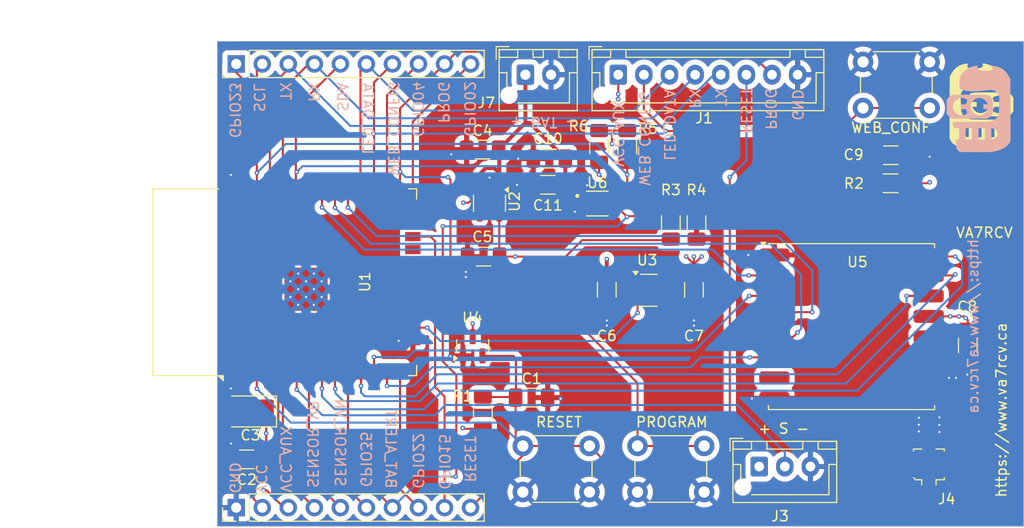
<source format=kicad_pcb>
(kicad_pcb (version 20240108) (generator "pcbnew") (generator_version "8.0")
  (layers (0 "F.Cu" signal) (1 "In1.Cu" power) (2 "In2.Cu" power) (31 "B.Cu" signal) (34 "B.Paste" user) (35 "F.Paste" user) (36 "B.SilkS" user "B.Silkscreen") (37 "F.SilkS" user "F.Silkscreen") (38 "B.Mask" user) (39 "F.Mask" user) (44 "Edge.Cuts" user))
  (net 0 "")
  (net 1 "GND")
  (net 2 "ESP_ENA")
  (net 3 "VCC")
  (net 4 "V_BAT")
  (net 5 "VCC_AUX")
  (net 6 "START_WEB_CONFIG")
  (net 7 "ESP_PROG")
  (net 8 "ESP_TX")
  (net 9 "ESP_RX")
  (net 10 "LED_DATA_PIN")
  (net 11 "SOIL_SENSOR")
  (net 12 "Net-(J4-In)")
  (net 13 "GPIO02")
  (net 14 "GPIO_12")
  (net 15 "GPIO_15")
  (net 16 "GPIO_04")
  (net 17 "SENSOR_VN")
  (net 18 "GPIO23")
  (net 19 "SENSOR_VP")
  (net 20 "I2C_SDA")
  (net 21 "BAT_ALERT")
  (net 22 "I2C_SCL")
  (net 23 "GPIO35")
  (net 24 "Net-(U6-QSTRT)")
  (net 26 "LORA_SCK")
  (net 27 "LORA_DIO2")
  (net 29 "LORA_RST")
  (net 30 "LORA_NSS")
  (net 31 "LORA_MISO")
  (net 33 "VCC_AUX_ENA")
  (net 34 "LORA_MOSI")
  (net 35 "LORA_DIO1")
  (net 39 "LORA_DIO0")
  (footprint "Button_Switch_THT:SW_PUSH_6mm_H5mm" (layer "F.Cu") (at 125.5 101.65 180)
    (property "Reference" "SW2" (hide yes))
    (property "Value" "ESP Program")
  )
  (footprint "Capacitor_Tantalum_SMD:CP_EIA-3528-21_Kemet-B_Pad1.50x2.35mm_HandSolder" (layer "F.Cu") (at 81.145 93.78 180)
    (property "Reference" "C3")
    (property "Value" "22uF")
  )
  (footprint "RF_Module:HOPERF_RFM9XW_SMD" (layer "F.Cu") (at 139.875 85.5)
    (property "Reference" "U5")
    (property "Value" "RFM95W-915S2")
  )
  (footprint "Connector_PinHeader_2.54mm:PinHeader_1x10_P2.54mm_Vertical" (layer "F.Cu") (at 79.851505 103.17 90)
    (property "Reference" "J6" (hide yes))
    (property "Value" "Conn_01x10_Pin")
  )
  (footprint "Connector_JST:JST_XH_B8B-XH-AM_1x08_P2.50mm_Vertical" (layer "F.Cu") (at 117.12 60.9)
    (property "Reference" "J1")
    (property "Value" "remote_header")
  )
  (footprint "Capacitor_SMD:C_1206_3216Metric_Pad1.33x1.80mm_HandSolder" (layer "F.Cu") (at 108.67 92.43)
    (property "Reference" "C1")
    (property "Value" "1uF")
  )
  (footprint "Resistor_SMD:R_1206_3216Metric_Pad1.30x1.75mm_HandSolder" (layer "F.Cu") (at 115.25 67.9 -90)
    (property "Reference" "R6")
    (property "Value" "2.2K")
  )
  (footprint "Resistor_SMD:R_1206_3216Metric_Pad1.30x1.75mm_HandSolder" (layer "F.Cu") (at 143.68 71.5 180)
    (property "Reference" "R2")
    (property "Value" "10K")
  )
  (footprint "Capacitor_SMD:C_1206_3216Metric_Pad1.33x1.80mm_HandSolder" (layer "F.Cu") (at 151.22 87.33 90)
    (property "Reference" "C8")
    (property "Value" "10uF")
  )
  (footprint "Connector_Coaxial:U.FL_Molex_MCRF_73412-0110_Vertical" (layer "F.Cu") (at 147.425 98.95 180)
    (property "Reference" "J4")
    (property "Value" "ANT")
  )
  (footprint "Resistor_SMD:R_1206_3216Metric_Pad1.30x1.75mm_HandSolder" (layer "F.Cu") (at 118 67.9 -90)
    (property "Reference" "R5")
    (property "Value" "2.2K")
  )
  (footprint "Package_TO_SOT_SMD:SOT-23-5" (layer "F.Cu") (at 120.1125 81.95)
    (property "Reference" "U3")
    (property "Value" "XC6220B331MR")
  )
  (footprint "LOGO:logo" (layer "F.Cu") (at 152.25 63.875)
    (property "Reference" "G***" (hide yes))
    (property "Value" "LOGO" (hide yes))
  )
  (footprint "Capacitor_SMD:C_1206_3216Metric_Pad1.33x1.80mm_HandSolder" (layer "F.Cu") (at 110.25 71.65 180)
    (property "Reference" "C11")
    (property "Value" "100nF")
  )
  (footprint "MAX17048G+T10:SON50P200X200X80-9N" (layer "F.Cu") (at 115.075 73.48)
    (property "Reference" "U6")
    (property "Value" "MAX17048G_T10")
  )
  (footprint "Button_Switch_THT:SW_PUSH_6mm_H5mm" (layer "F.Cu") (at 114.31 101.65 180)
    (property "Reference" "RESET1" (hide yes))
    (property "Value" "RESET")
  )
  (footprint "Capacitor_SMD:C_1206_3216Metric_Pad1.33x1.80mm_HandSolder" (layer "F.Cu") (at 124.5 81.9 -90)
    (property "Reference" "C7")
    (property "Value" "4.7uF")
  )
  (footprint "Capacitor_SMD:C_1206_3216Metric_Pad1.33x1.80mm_HandSolder" (layer "F.Cu") (at 143.71 68.76)
    (property "Reference" "C9")
    (property "Value" "1uF")
  )
  (footprint "Capacitor_SMD:C_1206_3216Metric_Pad1.33x1.80mm_HandSolder" (layer "F.Cu") (at 116 81.9 90)
    (property "Reference" "C6")
    (property "Value" "10uF")
  )
  (footprint "Resistor_SMD:R_1206_3216Metric_Pad1.30x1.75mm_HandSolder" (layer "F.Cu") (at 103.91 93.92 90)
    (property "Reference" "R1")
    (property "Value" "10K")
  )
  (footprint "Connector_PinHeader_2.54mm:PinHeader_1x10_P2.54mm_Vertical" (layer "F.Cu") (at 79.851505 59.846868 90)
    (property "Reference" "J5" (hide yes))
    (property "Value" "Conn_01x10_Pin")
  )
  (footprint "Capacitor_SMD:C_1206_3216Metric_Pad1.33x1.80mm_HandSolder" (layer "F.Cu") (at 103.9775 78.66 180)
    (property "Reference" "C5")
    (property "Value" "4.7uF")
  )
  (footprint "Capacitor_SMD:C_1206_3216Metric_Pad1.33x1.80mm_HandSolder" (layer "F.Cu") (at 103.8875 68.21 180)
    (property "Reference" "C4")
    (property "Value" "10uF")
  )
  (footprint "Package_TO_SOT_SMD:SOT-23-5" (layer "F.Cu") (at 104.56 73.4425 -90)
    (property "Reference" "U2")
    (property "Value" "XC6220B331MR")
  )
  (footprint "Package_TO_SOT_SMD:SOT-23" (layer "F.Cu") (at 102.92 87.4175 90)
    (property "Reference" "U4")
    (property "Value" "TPS3839DBZ")
  )
  (footprint "Capacitor_SMD:C_1206_3216Metric_Pad1.33x1.80mm_HandSolder" (layer "F.Cu") (at 110.39 69.09)
    (property "Reference" "C10")
    (property "Value" "100nF")
  )
  (footprint "Connector_JST:JST_XH_B3B-XH-AM_1x03_P2.50mm_Vertical" (layer "F.Cu") (at 130.87 99.16)
    (property "Reference" "J3")
    (property "Value" "SOIL_SENSOR")
  )
  (footprint "Resistor_SMD:R_1206_3216Metric_Pad1.30x1.75mm_HandSolder" (layer "F.Cu") (at 122.25 75.4 90)
    (property "Reference" "R4")
    (property "Value" "100k")
  )
  (footprint "Capacitor_SMD:C_1206_3216Metric_Pad1.33x1.80mm_HandSolder" (layer "F.Cu") (at 80.88 98.46 180)
    (property "Reference" "C2")
    (property "Value" "100nF")
  )
  (footprint "Resistor_SMD:R_1206_3216Metric_Pad1.30x1.75mm_HandSolder" (layer "F.Cu") (at 124.75 75.4 90)
    (property "Reference" "R3")
    (property "Value" "10K")
  )
  (footprint "Button_Switch_THT:SW_PUSH_6mm_H5mm" (layer "F.Cu") (at 141 59.65)
    (property "Reference" "SW3" (hide yes))
    (property "Value" "WEB_CONF")
  )
  (footprint "Connector_JST:JST_XH_B2B-XH-AM_1x02_P2.50mm_Vertical" (layer "F.Cu") (at 108.06 60.9)
    (property "Reference" "J7")
    (property "Value" "Battery")
  )
  (footprint "RF_Module:ESP32-WROOM-32" (layer "F.Cu") (at 87.57 81.16 90)
    (property "Reference" "U1")
    (property "Value" "ESP32-WROOM-32D")
  )
  (footprint "LOGO:logo" (layer "B.Cu") (at 152.575 64.1 180)
    (property "Reference" "G***" (hide yes))
    (property "Value" "LOGO" (hide yes))
  )
  (gr_rect (start 78 57.63) (end 156.67 105.01) (stroke (width 0.05)) (fill none) (layer "Edge.Cuts"))
  (gr_text "RESET" (at 129.01 66.79 270) (layer "B.SilkS") (effects (font (size 1 1)) (justify left bottom mirror)))
  (gr_text "GPIO04" (at 96.98 67.09 270) (layer "B.SilkS") (effects (font (size 1 1)) (justify left bottom mirror)))
  (gr_text "RX" (at 123.98 64.3 270) (layer "B.SilkS") (effects (font (size 1 1)) (justify left bottom mirror)))
  (gr_text "SENSOR_VP" (at 86.71 101.33 270) (layer "B.SilkS") (effects (font (size 1 1)) (justify left bottom mirror)))
  (gr_text "VCC_AUX" (at 84.09 101.79 270) (layer "B.SilkS") (effects (font (size 1 1)) (justify left bottom mirror)))
  (gr_text "GPIO23" (at 79.12 67.19 270) (layer "B.SilkS") (effects (font (size 1 1)) (justify left bottom mirror)))
  (gr_text "WEB_CONFIG" (at 94.59 70.89 270) (layer "B.SilkS") (effects (font (size 1 1)) (justify left bottom mirror)))
  (gr_text "PROG" (at 99.48 65.73 270) (layer "B.SilkS") (effects (font (size 1 1)) (justify left bottom mirror)))
  (gr_text "LED_DATA" (at 92.1 68.78 270) (layer "B.SilkS") (effects (font (size 1 1)) (justify left bottom mirror)))
  (gr_text "WEB_CONFIG" (at 119.08 71.87 270) (layer "B.SilkS") (effects (font (size 1 1)) (justify left bottom mirror)))
  (gr_text "PROG" (at 131.39 66.37 270) (layer "B.SilkS") (effects (font (size 1 1)) (justify left bottom mirror)))
  (gr_text "BAT_ALERT" (at 94.34 101.39 270) (layer "B.SilkS") (effects (font (size 1 1)) (justify left bottom mirror)))
  (gr_text "LED_DATA" (at 121.53 69.38 270) (layer "B.SilkS") (effects (font (size 1 1)) (justify left bottom mirror)))
  (gr_text "GPIO15" (at 99.57 101.51 270) (layer "B.SilkS") (effects (font (size 1 1)) (justify left bottom mirror)))
  (gr_text "SENSOR_VN" (at 89.4 101.2 270) (layer "B.SilkS") (effects (font (size 1 1)) (justify left bottom mirror)))
  (gr_text "SDA" (at 89.62 64.58 270) (layer "B.SilkS") (effects (font (size 1 1)) (justify left bottom mirror)))
  (gr_text "RX" (at 86.81 63.65 270) (layer "B.SilkS") (effects (font (size 1 1)) (justify left bottom mirror)))
  (gr_text "GND" (at 134.02 65.47 270) (layer "B.SilkS") (effects (font (size 1 1)) (justify left bottom mirror)))
  (gr_text "GPIO35" (at 91.9 101.27 270) (layer "B.SilkS") (effects (font (size 1 1)) (justify left bottom mirror)))
  (gr_text "RESET" (at 102.06 100.8 270) (layer "B.SilkS") (effects (font (size 1 1)) (justify left bottom mirror)))
  (gr_text "GPIO22" (at 97 101.41 270) (layer "B.SilkS") (effects (font (size 1 1)) (justify left bottom mirror)))
  (gr_text "VCC" (at 81.69 101.88 270) (layer "B.SilkS") (effects (font (size 1 1)) (justify left bottom mirror)))
  (gr_text "TX" (at 126.52 64.07 270) (layer "B.SilkS") (effects (font (size 1 1)) (justify left bottom mirror)))
  (gr_text "+ BAT -" (at 106.46 64.95 180) (layer "B.SilkS") (effects (font (size 1 1)) (justify left bottom mirror)))
  (gr_text "GPIO02" (at 102.03 67.06 270) (layer "B.SilkS") (effects (font (size 1 1)) (justify left bottom mirror)))
  (gr_text "SCL" (at 81.49 64.64 270) (layer "B.SilkS") (effects (font (size 1 1)) (justify left bottom mirror)))
  (gr_text "VCC_AUX" (at 116.52 69.98 270) (layer "B.SilkS") (effects (font (size 1 1)) (justify left bottom mirror)))
  (gr_text "GND" (at 79.13 101.88 270) (layer "B.SilkS") (effects (font (size 1 1)) (justify left bottom mirror)))
  (gr_text "https://www.va7rcv.ca" (at 152.33 76.84 90) (layer "B.SilkS") (effects (font (size 1 1)) (justify left bottom mirror)))
  (gr_text "TX" (at 84.06 63.46 270) (layer "B.SilkS") (effects (font (size 1 1)) (justify left bottom mirror)))
  (gr_text "+ S -" (at 130.69 96.04 0) (layer "F.SilkS") (effects (font (size 1 1)) (justify left bottom)))
  (gr_text "PROGRAM" (at 118.75 95.4 0) (layer "F.SilkS") (effects (font (size 0.9906 0.9906) (thickness 0.1524)) (justify left bottom)))
  (gr_text "WEB_CONF" (at 139.75 66.65 0) (layer "F.SilkS") (effects (font (size 0.9906 0.9906) (thickness 0.1524)) (justify left bottom)))
  (gr_text "VA7RCV" (at 149.98 76.91 0) (layer "F.SilkS") (effects (font (size 1 1)) (justify left bottom)))
  (gr_text "RESET" (at 109 95.4 0) (layer "F.SilkS") (effects (font (size 0.9906 0.9906) (thickness 0.1524)) (justify left bottom)))
  (gr_text "https://www.va7rcv.ca" (at 155.08 102.27 90) (layer "F.SilkS") (effects (font (size 1 1)) (justify left bottom)))
  (segment (start 149.4 90.5) (end 150.06 90.5) (width 0.2) (layer "F.Cu") (net 1))
  (segment (start 130.175 92.5) (end 130.155 92.52) (width 0.2) (layer "F.Cu") (net 1))
  (segment (start 97.08 86.87) (end 95.71 86.87) (width 0.2) (layer "F.Cu") (net 1))
  (segment (start 112.875 74.275) (end 112.92 74.23) (width 0.2) (layer "F.Cu") (net 1))
  (segment (start 145.2725 68.76) (end 147 68.76) (width 0.2) (layer "F.Cu") (net 1))
  (segment (start 114.09 72.73) (end 114.09 71.715) (width 0.2) (layer "F.Cu") (net 1))
  (segment (start 110.2325 92.43) (end 111.402182 92.43) (width 0.2) (layer "F.Cu") (net 1))
  (segment (start 79.32 91.54) (end 79.32 93.58) (width 0.2) (layer "F.Cu") (net 1))
  (segment (start 104.56 72.305) (end 104.56 70.94) (width 0.2) (layer "F.Cu") (net 1))
  (segment (start 79.3175 96.962498) (end 79.36 96.919998) (width 0.2) (layer "F.Cu") (net 1))
  (segment (start 79.32 70.58) (end 79.3 70.56) (width 0.2) (layer "F.Cu") (net 1))
  (segment (start 101.97 88.355) (end 100.795 88.355) (width 0.2) (layer "F.Cu") (net 1))
  (segment (start 108.6875 71.65) (end 107.25 71.65) (width 0.2) (layer "F.Cu") (net 1))
  (segment (start 124.5 83.4625) (end 124.5 84.9) (width 0.2) (layer "F.Cu") (net 1))
  (segment (start 116 85.4) (end 116 84.9) (width 0.2) (layer "F.Cu") (net 1))
  (segment (start 102.415 79.985) (end 102.25 80.15) (width 0.2) (layer "F.Cu") (net 1))
  (segment (start 150.85 90.5) (end 151.175 90.175) (width 0.2) (layer "F.Cu") (net 1))
  (segment (start 79.3175 98.46) (end 79.3175 96.962498) (width 0.2) (layer "F.Cu") (net 1))
  (segment (start 147 68.76) (end 147.36 68.76) (width 0.2) (layer "F.Cu") (net 1))
  (segment (start 114.09 71.715) (end 114.075 71.7) (width 0.2) (layer "F.Cu") (net 1))
  (segment (start 95.71 86.87) (end 95.7 86.88) (width 0.2) (layer "F.Cu") (net 1))
  (segment (start 147 68.76) (end 147.11 68.76) (width 0.2) (layer "F.Cu") (net 1))
  (segment (start 79.32 70.68) (end 79.32 70.58) (width 0.2) (layer "F.Cu") (net 1))
  (segment (start 132.35 92.5) (end 130.175 92.5) (width 0.2) (layer "F.Cu") (net 1))
  (segment (start 104.56 70.94) (end 104.56 70.89) (width 0.2) (layer "F.Cu") (net 1))
  (segment (start 100.795 88.355) (end 100.75 88.4) (width 0.2) (layer "F.Cu") (net 1))
  (segment (start 79.32 93.58) (end 79.52 93.78) (width 0.2) (layer "F.Cu") (net 1))
  (segment (start 132.35 78.5) (end 129.81 78.5) (width 0.2) (layer "F.Cu") (net 1))
  (segment (start 147.425 100.425) (end 147.425 100.45) (width 0.2) (layer "F.Cu") (net 1))
  (segment (start 102.25 80.15) (end 102.25 80.65) (width 0.2) (layer "F.Cu") (net 1))
  (segment (start 79.32 72.41) (end 79.32 70.68) (width 0.2) (layer "F.Cu") (net 1))
  (segment (start 151.22 90.13) (end 151.22 88.8925) (width 0.2) (layer "F.Cu") (net 1))
  (segment (start 101.3 68.21) (end 100.83 68.68) (width 0.2) (layer "F.Cu") (net 1))
  (segment (start 102.415 78.66) (end 102.415 79.985) (width 0.2) (layer "F.Cu") (net 1))
  (segment (start 116 83.4625) (end 116 84.9) (width 0.2) (layer "F.Cu") (net 1))
  (segment (start 79.52 96.93) (end 79.370002 96.93) (width 0.2) (layer "F.Cu") (net 1))
  (segment (start 79.851505 98.994005) (end 79.3175 98.46) (width 0.2) (layer "F.Cu") (net 1))
  (segment (start 111.402182 92.43) (end 111.496091 92.523909) (width 0.2) (layer "F.Cu") (net 1))
  (segment (start 112.92 74.23) (end 114.09 74.23) (width 0.2) (layer "F.Cu") (net 1))
  (segment (start 124.5 85.4) (end 124.5 84.9) (width 0.2) (layer "F.Cu") (net 1))
  (segment (start 79.370002 96.93) (end 79.36 96.919998) (width 0.2) (layer "F.Cu") (net 1))
  (segment (start 107.36 69.09) (end 107.29 69.09) (width 0.2) (layer "F.Cu") (net 1))
  (segment (start 147.36 68.76) (end 147.5 68.9) (width 0.2) (layer "F.Cu") (net 1))
  (segment (start 108.8275 69.09) (end 107.36 69.09) (width 0.2) (layer "F.Cu") (net 1))
  (segment (start 102.325 68.21) (end 101.3 68.21) (width 0.2) (layer "F.Cu") (net 1))
  (segment (start 151.175 90.175) (end 151.22 90.13) (width 0.2) (layer "F.Cu") (net 1))
  (segment (start 79.32 89.91) (end 79.32 91.54) (width 0.2) (layer "F.Cu") (net 1))
  (segment (start 150.06 90.5) (end 150.85 90.5) (width 0.2) (layer "F.Cu") (net 1))
  (segment (start 147.4 90.5) (end 149.4 90.5) (width 0.2) (layer "F.Cu") (net 1))
  (segment (start 150.06 90.5) (end 150.09 90.53) (width 0.2) (layer "F.Cu") (net 1))
  (via (at 100.83 68.68) (size 0.45) (drill 0.2) (layers "F.Cu" "B.Cu") (net 1))
  (via (at 147.5 68.9) (size 0.45) (drill 0.2) (layers "F.Cu" "B.Cu") (net 1))
  (via (at 151.175 90.175) (size 0.45) (drill 0.2) (layers "F.Cu" "B.Cu") (net 1))
  (via (at 104.56 70.94) (size 0.45) (drill 0.2) (layers "F.Cu" "B.Cu") (net 1))
  (via (at 102.25 80.65) (size 0.45) (drill 0.2) (layers "F.Cu" "B.Cu") (net 1))
  (via (at 146.44 95.08) (size 0.45) (drill 0.2) (layers "F.Cu" "B.Cu") (net 1))
  (via (at 112.875 74.275) (size 0.45) (drill 0.2) (layers "F.Cu" "B.Cu") (net 1))
  (via (at 107.36 69.09) (size 0.45) (drill 0.2) (layers "F.Cu" "B.Cu") (net 1))
  (via (at 146.44 94.4) (size 0.45) (drill 0.2) (layers "F.Cu" "B.Cu") (net 1))
  (via (at 79.32 70.68) (size 0.45) (drill 0.2) (layers "F.Cu" "B.Cu") (net 1))
  (via (at 100.75 88.4) (size 0.45) (drill 0.2) (layers "F.Cu" "B.Cu") (net 1))
  (via (at 146.44 95.73) (size 0.45) (drill 0.2) (layers "F.Cu" "B.Cu") (net 1))
  (via (at 114.075 71.7) (size 0.45) (drill 0.2) (layers "F.Cu" "B.Cu") (net 1))
  (via (at 107.25 71.65) (size 0.45) (drill 0.2) (layers "F.Cu" "B.Cu") (net 1))
  (via (at 79.36 96.919998) (size 0.45) (drill 0.2) (layers "F.Cu" "B.Cu") (net 1))
  (via (at 116 84.9) (size 0.45) (drill 0.2) (layers "F.Cu" "B.Cu") (net 1))
  (via (at 129.81 78.5) (size 0.45) (drill 0.2) (layers "F.Cu" "B.Cu") (net 1))
  (via (at 116 85.4) (size 0.45) (drill 0.2) (layers "F.Cu" "B.Cu") (net 1))
  (via (at 149.4 90.5) (size 0.45) (drill 0.2) (layers "F.Cu" "B.Cu") (net 1))
  (via (at 150.06 90.5) (size 0.45) (drill 0.2) (layers "F.Cu" "B.Cu") (net 1))
  (via (at 124.5 84.9) (size 0.45) (drill 0.2) (layers "F.Cu" "B.Cu") (net 1))
  (via (at 111.496091 92.523909) (size 0.45) (drill 0.2) (layers "F.Cu" "B.Cu") (net 1))
  (via (at 148.45 94.36) (size 0.45) (drill 0.2) (layers "F.Cu" "B.Cu") (net 1))
  (via (at 148.45 95.1) (size 0.45) (drill 0.2) (layers "F.Cu" "B.Cu") (net 1))
  (via (at 124.5 85.4) (size 0.45) (drill 0.2) (layers "F.Cu" "B.Cu") (net 1))
  (via (at 79.32 91.54) (size 0.45) (drill 0.2) (layers "F.Cu" "B.Cu") (net 1))
  (via (at 148.45 95.79) (size 0.45) (drill 0.2) (layers "F.Cu" "B.Cu") (net 1))
  (via (at 102.25 80.15) (size 0.45) (drill 0.2) (layers "F.Cu" "B.Cu") (net 1))
  (via (at 95.7 86.88) (size 0.45) (drill 0.2) (layers "F.Cu" "B.Cu") (net 1))
  (via (at 130.155 92.52) (size 0.45) (drill 0.2) (layers "F.Cu" "B.Cu") (net 1))
  (segment (start 116.56 99.4) (end 126.5 99.4) (width 0.2) (layer "F.Cu") (net 2))
  (segment (start 114.31 97.15) (end 107.81 97.15) (width 0.2) (layer "F.Cu") (net 2))
  (segment (start 107.1075 96.4475) (end 107.81 97.15) (width 0.2) (layer "F.Cu") (net 2))
  (segment (start 107.14 88.6) (end 107.14 92.3975) (width 0.2) (layer "F.Cu") (net 2))
  (segment (start 103.87 88.355) (end 106.895 88.355) (width 0.2) (layer "F.Cu") (net 2))
  (segment (start 107.81 98.071505) (end 107.81 97.15) (width 0.2) (layer "F.Cu") (net 2))
  (segment (start 107.0475 92.37) (end 107.1075 92.43) (width 0.2) (layer "F.Cu") (net 2))
  (segment (start 107.14 92.3975) (end 107.1075 92.43) (width 0.2) (layer "F.Cu") (net 2))
  (segment (start 81.86 89.91) (end 81.86 91.56) (width 0.2) (layer "F.Cu") (net 2))
  (segment (start 81.86 91.56) (end 81.86 91.58) (width 0.2) (layer "F.Cu") (net 2))
  (segment (start 126.5 99.4) (end 128 97.9) (width 0.2) (layer "F.Cu") (net 2))
  (segment (start 128 97.9) (end 128 70.9) (width 0.2) (layer "F.Cu") (net 2))
  (segment (start 102.711505 103.17) (end 107.81 98.071505) (width 0.2) (layer "F.Cu") (net 2))
  (segment (start 107.1075 92.43) (end 107.1075 96.4475) (width 0.2) (layer "F.Cu") (net 2))
  (segment (start 114.31 97.15) (end 116.56 99.4) (width 0.2) (layer "F.Cu") (net 2))
  (segment (start 106.895 88.355) (end 107.14 88.6) (width 0.2) (layer "F.Cu") (net 2))
  (segment (start 103.91 92.37) (end 107.0475 92.37) (width 0.2) (layer "F.Cu") (net 2))
  (via (at 128 70.9) (size 0.45) (drill 0.2) (layers "F.Cu" "B.Cu") (net 2))
  (via (at 81.86 91.56) (size 0.45) (drill 0.2) (layers "F.Cu" "B.Cu") (net 2))
  (segment (start 107.81 97.15) (end 105.53 94.87) (width 0.2) (layer "B.Cu") (net 2))
  (segment (start 129.62 60.9) (end 129.62 69.28) (width 0.2) (layer "B.Cu") (net 2))
  (segment (start 81.86 91.56) (end 82 91.7) (width 0.2) (layer "B.Cu") (net 2))
  (segment (start 129.62 69.28) (end 128 70.9) (width 0.2) (layer "B.Cu") (net 2))
  (segment (start 105.53 94.87) (end 85.17 94.87) (width 0.2) (layer "B.Cu") (net 2))
  (segment (start 85.17 94.87) (end 81.86 91.56) (width 0.2) (layer "B.Cu") (net 2))
  (segment (start 102.01 95.47) (end 101.94 95.4) (width 0.2) (layer "F.Cu") (net 3))
  (segment (start 80.59 90.32) (end 80.62 90.35) (width 0.2) (layer "F.Cu") (net 3))
  (segment (start 81.541505 99.360995) (end 82.4425 98.46) (width 0.2) (layer "F.Cu") (net 3))
  (segment (start 103.91 95.47) (end 102.01 95.47) (width 0.2) (layer "F.Cu") (net 3))
  (segment (start 106.85 78.66) (end 107.08 78.66) (width 0.2) (layer "F.Cu") (net 3))
  (segment (start 81.541505 102.32) (end 81.541505 99.360995) (width 0.2) (layer "F.Cu") (net 3))
  (segment (start 80.59 89.91) (end 80.59 90.32) (width 0.2) (layer "F.Cu") (net 3))
  (segment (start 111.99 78.66) (end 107.08 78.66) (width 0.2) (layer "F.Cu") (net 3))
  (segment (start 105.51 78.63) (end 105.54 78.66) (width 0.2) (layer "F.Cu") (net 3))
  (segment (start 105.51 76.81) (end 105.51 78.63) (width 0.2) (layer "F.Cu") (net 3))
  (segment (start 82.77 95.92) (end 82.77 98.1325) (width 0.2) (layer "F.Cu") (net 3))
  (segment (start 122.38 77.05) (end 113.6 77.05) (width 0.2) (layer "F.Cu") (net 3))
  (segment (start 105.51 74.58) (end 105.51 75.91) (width 0.2) (layer "F.Cu") (net 3))
  (segment (start 82.77 98.1325) (end 82.4425 98.46) (width 0.2) (layer "F.Cu") (net 3))
  (segment (start 105.51 75.91) (end 105.51 76.81) (width 0.2) (layer "F.Cu") (net 3))
  (segment (start 82.391505 103.17) (end 81.541505 102.32) (width 0.2) (layer "F.Cu") (net 3))
  (segment (start 82.77 93.78) (end 82.77 95.92) (width 0.2) (layer "F.Cu") (net 3))
  (segment (start 105.54 78.66) (end 106.85 78.66) (width 0.2) (layer "F.Cu") (net 3))
  (segment (start 80.62 91.63) (end 82.77 93.78) (width 0.2) (layer "F.Cu") (net 3))
  (segment (start 80.62 90.35) (end 80.62 91.63) (width 0.2) (layer "F.Cu") (net 3))
  (segment (start 113.6 77.05) (end 111.99 78.66) (width 0.2) (layer "F.Cu") (net 3))
  (via (at 82.77 95.92) (size 0.45) (drill 0.2) (layers "F.Cu" "B.Cu") (net 3))
  (via (at 101.94 95.4) (size 0.45) (drill 0.2) (layers "F.Cu" "B.Cu") (net 3))
  (via (at 107.08 78.66) (size 0.45) (drill 0.2) (layers "F.Cu" "B.Cu") (net 3))
  (segment (start 105.51 70.5) (end 105.51 72.305) (width 0.381) (layer "F.Cu") (net 4))
  (segment (start 111.8125 71.65) (end 111.8125 73.2125) (width 0.381) (layer "F.Cu") (net 4))
  (segment (start 102.515 73.4) (end 103.61 72.305) (width 0.2) (layer "F.Cu") (net 4))
  (segment (start 103.71 70.5) (end 103.61 70.6) (width 0.2) (layer "F.Cu") (net 4))
  (segment (start 105.51 70.5) (end 105.03 70.02) (width 0.381) (layer "F.Cu") (net 4))
  (segment (start 111.8125 73.2125) (end 112 73.4) (width 0.381) (layer "F.Cu") (net 4))
  (segment (start 118.375 80.4) (end 116.0625 80.4) (width 0.2) (layer "F.Cu") (net 4))
  (segment (start 113.42 73.23) (end 113.25 73.4) (width 0.2) (layer "F.Cu") (net 4))
  (segment (start 102.92 86.48) (end 102.92 85.199998) (width 0.2) (layer "F.Cu") (net 4))
  (segment (start 102 73.4) (end 102.515 73.4) (width 0.2) (layer "F.Cu") (net 4))
  (segment (start 112 73.4) (end 113.25 73.4) (width 0.381) (layer "F.Cu") (net 4))
  (segment (start 111.9525 71.51) (end 111.8125 71.65) (width 0.381) (layer "F.Cu") (net 4))
  (segment (start 108.06 60.9) (end 108.06 65.6) (width 0.381) (layer "F.Cu") (net 4))
  (segment (start 105.03 70.02) (end 104.19 70.02) (width 0.381) (layer "F.Cu") (net 4))
  (segment (start 105.51 69.12) (end 105.51 70.5) (width 0.381) (layer "F.Cu") (net 4))
  (segment (start 111.9525 69.09) (end 108.4625 65.6) (width 0.381) (layer "F.Cu") (net 4))
  (segment (start 113.58 73.73) (end 114.09 73.73) (width 0.2) (layer "F.Cu") (net 4))
  (segment (start 104.88 68.49) (end 105.51 69.12) (width 0.2) (layer "F.Cu") (net 4))
  (segment (start 111.9525 69.09) (end 111.9525 71.51) (width 0.381) (layer "F.Cu") (net 4))
  (segment (start 116.0625 80.4) (end 116 80.3375) (width 0.2) (layer "F.Cu") (net 4))
  (segment (start 103.61 70.6) (end 103.61 72.305) (width 0.381) (layer "F.Cu") (net 4))
  (segment (start 108.06 65.6) (end 105.45 68.21) (width 0.381) (layer "F.Cu") (net 4))
  (segment (start 108.4625 65.6) (end 108.06 65.6) (width 0.381) (layer "F.Cu") (net 4))
  (segment (start 118.975 81) (end 118.375 80.4) (width 0.2) (layer "F.Cu") (net 4))
  (segment (start 114.09 73.23) (end 113.42 73.23) (width 0.2) (layer "F.Cu") (net 4))
  (segment (start 113.25 73.4) (end 113.58 73.73) (width 0.2) (layer "F.Cu") (net 4))
  (segment (start 116 80.3375) (end 116 78.9) (width 0.381) (layer "F.Cu") (net 4))
  (segment (start 104.19 70.02) (end 103.71 70.5) (width 0.381) (layer "F.Cu") (net 4))
  (via (at 102.92 85.199998) (size 0.45) (drill 0.2) (layers "F.Cu" "B.Cu") (net 4))
  (via (at 102 73.4) (size 0.45) (drill 0.2) (layers "F.Cu" "B.Cu") (net 4))
  (via (at 116 78.9) (size 0.45) (drill 0.2) (layers "F.Cu" "B.Cu") (net 4))
  (segment (start 84.5 103.17) (end 82.795 101.465) (width 0.2) (layer "F.Cu") (net 5))
  (segment (start 116.75 66.35) (end 118 66.35) (width 0.2) (layer "F.Cu") (net 5))
  (segment (start 84.931505 103.17) (end 84.91 103.17) (width 0.2) (layer "F.Cu") (net 5))
  (segment (start 116.5 66.6) (end 116.5 67.65) (width 0.2) (layer "F.Cu") (net 5))
  (segment (start 149.51 84.5) (end 150.34 84.5) (width 0.2) (layer "F.Cu") (net 5))
  (segment (start 84.931505 103.17) (end 84.5 103.17) (width 0.2) (layer "F.Cu") (net 5))
  (segment (start 147.4 84.5) (end 149.51 84.5) (width 0.2) (layer "F.Cu") (net 5))
  (segment (start 147.4 71.5) (end 147.5 71.4) (width 0.2) (layer "F.Cu") (net 5))
  (segment (start 122.4 81) (end 123 80.4) (width 0.381) (layer "F.Cu") (net 5))
  (segment (start 150.86 84.5) (end 151.01 84.65) (width 0.2) (layer "F.Cu") (net 5))
  (segment (start 123 80.4) (end 124.4375 80.4) (width 0.381) (layer "F.Cu") (net 5))
  (segment (start 151.01 84.65) (end 151.22 84.86) (width 0.2) (layer "F.Cu") (net 5))
  (segment (start 124.4375 80.4) (end 124.5 80.3375) (width 0.2) (layer "F.Cu") (net 5))
  (segment (start 116.75 66.35) (end 116.5 66.6) (width 0.2) (layer "F.Cu") (net 5))
  (segment (start 117.12 63.28) (end 117.11 63.29) (width 0.2) (layer "F.Cu") (net 5))
  (segment (start 124.5 78.65) (end 124.5 79.4) (width 0.2) (layer "F.Cu") (net 5))
  (segment (start 82.795 101.465) (end 82.515 101.465) (width 0.2) (layer "F.Cu") (net 5))
  (segment (start 145.23 71.5) (end 147.4 71.5) (width 0.2) (layer "F.Cu") (net 5))
  (segment (start 124.5 80.3375) (end 124.5 79.4) (width 0.381) (layer "F.Cu") (net 5))
  (segment (start 115.25 66.35) (end 116.75 66.35) (width 0.2) (layer "F.Cu") (net 5))
  (segment (start 125.25 78.65) (end 124.5 79.4) (width 0.2) (layer "F.Cu") (net 5))
  (segment (start 117.12 60.9) (end 117.12 62.78) (width 0.2) (layer "F.Cu") (net 5))
  (segment (start 121.25 81) (end 122.4 81) (width 0.381) (layer "F.Cu") (net 5))
  (segment (start 117.12 62.78) (end 117.12 63.28) (width 0.2) (layer "F.Cu") (net 5))
  (segment (start 150.34 84.5) (end 150.86 84.5) (width 0.2) (layer "F.Cu") (net 5))
  (segment (start 151.22 84.86) (end 151.22 85.7675) (width 0.2) (layer "F.Cu") (net 5))
  (segment (start 124.5 79.4) (end 123.75 78.65) (width 0.2) (layer "F.Cu") (net 5))
  (via (at 124.5 78.65) (size 0.45) (drill 0.2) (layers "F.Cu" "B.Cu") (net 5))
  (via (at 82.515 101.465) (size 0.45) (drill 0.2) (layers "F.Cu" "B.Cu") (net 5))
  (via (at 150.34 84.5) (size 0.45) (drill 0.2) (layers "F.Cu" "B.Cu") (net 5))
  (via (at 125.25 78.65) (size 0.45) (drill 0.2) (layers "F.Cu" "B.Cu") (net 5))
  (via (at 116.5 67.65) (size 0.45) (drill 0.2) (layers "F.Cu" "B.Cu") (net 5))
  (via (at 147.5 71.4) (size 0.45) (drill 0.2) (layers "F.Cu" "B.Cu") (net 5))
  (via (at 117.12 62.78) (size 0.45) (drill 0.2) (layers "F.Cu" "B.Cu") (net 5))
  (via (at 149.51 84.5) (size 0.45) (drill 0.2) (layers "F.Cu" "B.Cu") (net 5))
  (via (at 151.01 84.65) (size 0.45) (drill 0.2) (layers "F.Cu" "B.Cu") (net 5))
  (via (at 117.11 63.29) (size 0.45) (drill 0.2) (layers "F.Cu" "B.Cu") (net 5))
  (via (at 123.75 78.65) (size 0.45) (drill 0.2) (layers "F.Cu" "B.Cu") (net 5))
  (segment (start 121.75 66.4) (end 119.62 64.27) (width 0.2) (layer "F.Cu") (net 6))
  (segment (start 93.29 66.69) (end 93.25 66.65) (width 0.2) (layer "F.Cu") (net 6))
  (segment (start 142.1475 68.76) (end 142.1475 71.4825) (width 0.2) (layer "F.Cu") (net 6))
  (segment (start 141.11 68.76) (end 138.75 66.4) (width 0.2) (layer "F.Cu") (net 6))
  (segment (start 93.29 61.648373) (end 95.091505 59.846868) (width 0.2) (layer "F.Cu") (net 6))
  (segment (start 121.75 66.4) (end 138.75 66.4) (width 0.2) (layer "F.Cu") (net 6))
  (segment (start 93.25 66.65) (end 93.29 66.61) (width 0.2) (layer "F.Cu") (net 6))
  (segment (start 142.1475 68.76) (end 141.11 68.76) (width 0.2) (layer "F.Cu") (net 6))
  (segment (start 139.19 65.96) (end 141 64.15) (width 0.2) (layer "F.Cu") (net 6))
  (segment (start 93.29 72.41) (end 93.29 66.69) (width 0.2) (layer "F.Cu") (net 6))
  (segment (start 147.5 64.15) (end 141 64.15) (width 0.2) (layer "F.Cu") (net 6))
  (segment (start 142.1475 71.4825) (end 142.13 71.5) (width 0.2) (layer "F.Cu") (net 6))
  (segment (start 119.62 64.27) (end 119.62 60.9) (width 0.2) (layer "F.Cu") (net 6))
  (segment (start 93.29 66.61) (end 93.29 61.648373) (width 0.2) (layer "F.Cu") (net 6))
  (segment (start 138.75 66.4) (end 139.19 65.96) (width 0.2) (layer "F.Cu") (net 6))
  (via (at 121.75 66.4) (size 0.45) (drill 0.2) (layers "F.Cu" "B.Cu") (net 6))
  (via (at 93.25 66.65) (size 0.45) (drill 0.2) (layers "F.Cu" "B.Cu") (net 6))
  (segment (start 93.25 66.65) (end 121.5 66.65) (width 0.2) (layer "B.Cu") (net 6))
  (segment (start 121.5 66.65) (end 121.75 66.4) (width 0.2) (layer "B.Cu") (net 6))
  (segment (start 100.75 83.61) (end 101.29 84.15) (width 0.2) (layer "F.Cu") (net 7))
  (segment (start 101.29 84.15) (end 112.14 84.15) (width 0.2) (layer "F.Cu") (net 7))
  (segment (start 119 97.15) (end 125.5 97.15) (width 0.2) (layer "F.Cu") (net 7))
  (segment (start 95.83 64.188373) (end 95.83 70.36) (width 0.2) (layer "F.Cu") (net 7))
  (segment (start 129.866868 58.646868) (end 101.371505 58.646868) (width 0.2) (layer "F.Cu") (net 7))
  (segment (start 112.14 84.15) (end 119 91.01) (width 0.2) (layer "F.Cu") (net 7))
  (segment (start 119 91.01) (end 119 97.15) (width 0.2) (layer "F.Cu") (net 7))
  (segment (start 132.12 60.9) (end 129.866868 58.646868) (width 0.2) (layer "F.Cu") (net 7))
  (segment (start 100.5 70.9) (end 100.75 71.15) (width 0.2) (layer "F.Cu") (net 7))
  (segment (start 101.371505 58.646868) (end 100.171505 59.846868) (width 0.2) (layer "F.Cu") (net 7))
  (segment (start 100.171505 59.846868) (end 95.83 64.188373) (width 0.2) (layer "F.Cu") (net 7))
  (segment (start 95.83 72.41) (end 95.83 70.36) (width 0.2) (layer "F.Cu") (net 7))
  (segment (start 100.171505 59.846868) (end 99.853132 59.846868) (width 0.2) (layer "F.Cu") (net 7))
  (segment (start 100.75 71.15) (end 100.75 83.61) (width 0.2) (layer "F.Cu") (net 7))
  (via (at 95.83 70.36) (size 0.45) (drill 0.2) (layers "F.Cu" "B.Cu") (net 7))
  (via (at 100.5 70.9) (size 0.45) (drill 0.2) (layers "F.Cu" "B.Cu") (net 7))
  (segment (start 96.37 70.9) (end 95.83 70.36) (width 0.2) (layer "B.Cu") (net 7))
  (segment (start 100.5 70.9) (end 96.37 70.9) (width 0.2) (layer "B.Cu") (net 7))
  (segment (start 83.1 72.38) (end 83.13 72.41) (width 0.2) (layer "F.Cu") (net 8))
  (segment (start 83.13 72.41) (end 83.13 62.13) (width 0.2) (layer "F.Cu") (net 8))
  (segment (start 83.13 62.13) (end 84.931505 60.328495) (width 0.2) (layer "F.Cu") (net 8))
  (segment (start 84.931505 60.328495) (end 84.931505 59.846868) (width 0.2) (layer "F.Cu") (net 8))
  (segment (start 121.442056 65.9) (end 126.442056 60.9) (width 0.2) (layer "B.Cu") (net 8))
  (segment (start 84.931505 59.846868) (end 90.984637 65.9) (width 0.2) (layer "B.Cu") (net 8))
  (segment (start 126.442056 60.9) (end 126.483604 60.9) (width 0.2) (layer "B.Cu") (net 8))
  (segment (start 90.984637 65.9) (end 121.442056 65.9) (width 0.2) (layer "B.Cu") (net 8))
  (segment (start 126.483604 60.9) (end 126.801802 61.218198) (width 0.2) (layer "B.Cu") (net 8))
  (segment (start 84.4 62.37) (end 86.923132 59.846868) (width 0.2) (layer "F.Cu") (net 9))
  (segment (start 87.053132 59.846868) (end 87.471505 59.846868) (width 0.2) (layer "F.Cu") (net 9))
  (segment (start 86.923132 59.846868) (end 87.471505 59.846868) (width 0.2) (layer "F.Cu") (net 9))
  (segment (start 84.4 72.41) (end 84.4 62.37) (width 0.2) (layer "F.Cu") (net 9))
  (segment (start 124.62 60.9) (end 124.75 60.9) (width 0.2) (layer "B.Cu") (net 9))
  (segment (start 92.774637 65.15) (end 87.471505 59.846868) (width 0.2) (layer "B.Cu") (net 9))
  (segment (start 120.5 65.15) (end 92.774637 65.15) (width 0.2) (layer "B.Cu") (net 9))
  (segment (start 124.75 60.9) (end 120.5 65.15) (width 0.2) (layer "B.Cu") (net 9))
  (segment (start 91.97 72.36) (end 91.97 60.428373) (width 0.2) (layer "F.Cu") (net 10))
  (segment (start 92.02 72.41) (end 91.97 72.36) (width 0.2) (layer "F.Cu") (net 10))
  (segment (start 91.97 60.428373) (end 92.551505 59.846868) (width 0.2) (layer "F.Cu") (net 10))
  (segment (start 118.62 64.4) (end 97.104637 64.4) (width 0.2) (layer "B.Cu") (net 10))
  (segment (start 122.12 60.9) (end 118.62 64.4) (width 0.2) (layer "B.Cu") (net 10))
  (segment (start 97.104637 64.4) (end 92.551505 59.846868) (width 0.2) (layer "B.Cu") (net 10))
  (segment (start 85.75 91.65) (end 85.75 89.99) (width 0.2) (layer "F.Cu") (net 11))
  (segment (start 85.75 89.99) (end 85.67 89.91) (width 0.2) (layer "F.Cu") (net 11))
  (via (at 85.75 91.65) (size 0.45) (drill 0.2) (layers "F.Cu" "B.Cu") (net 11))
  (segment (start 100.25 93.15) (end 99.25 94.15) (width 0.2) (layer "B.Cu") (net 11))
  (segment (start 99.25 94.15) (end 88.5 94.15) (width 0.2) (layer "B.Cu") (net 11))
  (segment (start 88.25 94.15) (end 85.75 91.65) (width 0.2) (layer "B.Cu") (net 11))
  (segment (start 133.37 97.77) (end 128.75 93.15) (width 0.2) (layer "B.Cu") (net 11))
  (segment (start 133.37 99.16) (end 133.37 97.77) (width 0.2) (layer "B.Cu") (net 11))
  (segment (start 88.5 94.15) (end 88.25 94.15) (width 0.2) (layer "B.Cu") (net 11))
  (segment (start 128.75 93.15) (end 100.25 93.15) (width 0.2) (layer "B.Cu") (net 11))
  (segment (start 147.4 92.5) (end 147.4 97.425) (width 0.2) (layer "F.Cu") (net 12))
  (segment (start 147.4 97.425) (end 147.425 97.45) (width 0.2) (layer "F.Cu") (net 12))
  (segment (start 102.353132 59.846868) (end 102.711505 59.846868) (width 0.2) (layer "F.Cu") (net 13))
  (segment (start 97.08 75.44) (end 97.08 65.478373) (width 0.2) (layer "F.Cu") (net 13))
  (segment (start 97.08 65.478373) (end 102.711505 59.846868) (width 0.2) (layer "F.Cu") (net 13))
  (segment (start 95.880752 101.419248) (end 97.631505 103.17) (width 0.2) (layer "F.Cu") (net 14))
  (segment (start 95.83 101.368495) (end 95.880752 101.419248) (width 0.2) (layer "F.Cu") (net 14))
  (segment (start 95.83 89.91) (end 95.83 101.368496) (width 0.2) (layer "F.Cu") (net 14))
  (segment (start 95.83 101.368496) (end 95.880752 101.419248) (width 0.2) (layer "F.Cu") (net 14))
  (segment (start 97.08 76.71) (end 98.81 76.71) (width 0.2) (layer "F.Cu") (net 15))
  (segment (start 99.25 91.4) (end 100.171505 92.321505) (width 0.2) (layer "F.Cu") (net 15))
  (segment (start 98.81 76.71) (end 99.25 77.15) (width 0.2) (layer "F.Cu") (net 15))
  (segment (start 100.171505 92.321505) (end 100.171505 103.17) (width 0.2) (layer "F.Cu") (net 15))
  (segment (start 99.25 77.15) (end 99.25 91.4) (width 0.2) (layer "F.Cu") (net 15))
  (segment (start 94.56 62.918373) (end 97.631505 59.846868) (width 0.2) (layer "F.Cu") (net 16))
  (segment (start 94.56 72.41) (end 94.56 62.918373) (width 0.2) (layer "F.Cu") (net 16))
  (segment (start 84.4 97.558495) (end 90.011505 103.17) (width 0.2) (layer "F.Cu") (net 17))
  (segment (start 84.4 89.91) (end 84.4 97.558495) (width 0.2) (layer "F.Cu") (net 17))
  (segment (start 79.851505 60.691505) (end 80.59 61.43) (width 0.2) (layer "F.Cu") (net 18))
  (segment (start 79.851505 59.846868) (end 79.89 59.885363) (width 0.2) (layer "F.Cu") (net 18))
  (segment (start 79.851505 59.846868) (end 79.851505 60.691505) (width 0.2) (layer "F.Cu") (net 18))
  (segment (start 80.24 72.06) (end 80.59 72.41) (width 0.2) (layer "F.Cu") (net 18))
  (segment (start 80.59 61.43) (end 80.59 72.41) (width 0.2) (layer "F.Cu") (net 18))
  (segment (start 83.13 91.286396) (end 83.95 92.106396) (width 0.2) (layer "F.Cu") (net 19))
  (segment (start 83.95 99.648495) (end 87.471505 103.17) (width 0.2) (layer "F.Cu") (net 19))
  (segment (start 83.95 92.106396) (end 83.95 99.648495) (width 0.2) (layer "F.Cu") (net 19))
  (segment (start 83.13 89.91) (end 83.13 91.286396) (width 0.2) (layer "F.Cu") (net 19))
  (segment (start 116.06 72.73) (end 116.06 71.46) (width 0.2) (layer "F.Cu") (net 20))
  (segment (start 85.75 70.4) (end 85.67 70.32) (width 0.2) (layer "F.Cu") (net 20))
  (segment (start 85.67 64.188373) (end 90.011505 59.846868) (width 0.2) (layer "F.Cu") (net 20))
  (segment (start 116.06 71.46) (end 115.25 70.65) (width 0.2) (layer "F.Cu") (net 20))
  (segment (start 115.25 69.65) (end 115.25 69.45) (width 0.2) (layer "F.Cu") (net 20))
  (segment (start 85.67 70.56) (end 85.67 70.15) (width 0.2) (layer "F.Cu") (net 20))
  (segment (start 85.67 70.15) (end 85.67 64.188373) (width 0.2) (layer "F.Cu") (net 20))
  (segment (start 85.67 72.41) (end 85.67 70.56) (width 0.2) (layer "F.Cu") (net 20))
  (segment (start 115.25 69.45) (end 115.25 70.65) (width 0.2) (layer "F.Cu") (net 20))
  (segment (start 85.67 70.32) (end 85.67 70.15) (width 0.2) (layer "F.Cu") (net 20))
  (via (at 115.25 70.65) (size 0.45) (drill 0.2) (layers "F.Cu" "B.Cu") (net 20))
  (via (at 85.75 70.4) (size 0.45) (drill 0.2) (layers "F.Cu" "B.Cu") (net 20))
  (segment (start 114.43 69.83) (end 86.32 69.83) (width 0.2) (layer "B.Cu") (net 20))
  (segment (start 86.32 69.83) (end 85.75 70.4) (width 0.2) (layer "B.Cu") (net 20))
  (segment (start 115.25 70.65) (end 114.43 69.83) (width 0.2) (layer "B.Cu") (net 20))
  (segment (start 100 75.71) (end 100 88.9) (width 0.2) (layer "F.Cu") (net 21))
  (segment (start 95.091505 103.17) (end 92.571505 100.65) (width 0.2) (layer "F.Cu") (net 21))
  (segment (start 90.75 98.828495) (end 92.571505 100.65) (width 0.2) (layer "F.Cu") (net 21))
  (segment (start 117.43 74.23) (end 116.06 74.23) (width 0.2) (layer "F.Cu") (net 21))
  (segment (start 121.62 74.71) (end 122.38 73.95) (width 0.2) (layer "F.Cu") (net 21))
  (segment (start 101.321505 90.221505) (end 101.321505 100.078495) (width 0.2) (layer "F.Cu") (net 21))
  (segment (start 118.04 74.71) (end 121.62 74.71) (width 0.2) (layer "F.Cu") (net 21))
  (segment (start 101.321505 100.078495) (end 101.25 100.15) (width 0.2) (layer "F.Cu") (net 21))
  (segment (start 90.75 89.91) (end 90.75 98.828495) (width 0.2) (layer "F.Cu") (net 21))
  (segment (start 100 88.9) (end 101.321505 90.221505) (width 0.2) (layer "F.Cu") (net 21))
  (segment (start 117.975 74.775) (end 117.43 74.23) (width 0.2) (layer "F.Cu") (net 21))
  (segment (start 117.975 74.775) (end 118.04 74.71) (width 0.2) (layer "F.Cu") (net 21))
  (via (at 100 75.71) (size 0.45) (drill 0.2) (layers "F.Cu" "B.Cu") (net 21))
  (via (at 101.25 100.15) (size 0.45) (drill 0.2) (layers "F.Cu" "B.Cu") (net 21))
  (via (at 117.975 74.775) (size 0.45) (drill 0.2) (layers "F.Cu" "B.Cu") (net 21))
  (segment (start 98.111505 100.15) (end 101.25 100.15) (width 0.2) (layer "B.Cu") (net 21))
  (segment (start 100 75.71) (end 117.04 75.71) (width 0.2) (layer "B.Cu") (net 21))
  (segment (start 95.091505 103.17) (end 98.111505 100.15) (width 0.2) (layer "B.Cu") (net 21))
  (segment (start 117.04 75.71) (end 117.975 74.775) (width 0.2) (layer "B.Cu") (net 21))
  (segment (start 118 70.65) (end 118 69.45) (width 0.2) (layer "F.Cu") (net 22))
  (segment (start 117.059532 73.23) (end 118 72.289532) (width 0.2) (layer "F.Cu") (net 22))
  (segment (start 81.86 70.49) (end 81.86 72.41) (width 0.2) (layer "F.Cu") (net 22))
  (segment (start 81.86 60.378373) (end 81.86 70.49) (width 0.2) (layer "F.Cu") (net 22))
  (segment (start 81.63 72.18) (end 81.86 72.41) (width 0.2) (layer "F.Cu") (net 22))
  (segment (start 116.06 73.23) (end 117.059532 73.23) (width 0.2) (layer "F.Cu") (net 22))
  (segment (start 82.391505 59.846868) (end 81.86 60.378373) (width 0.2) (layer "F.Cu") (net 22))
  (segment (start 118.079999 69.529999) (end 118 69.45) (width 0.2) (layer "F.Cu") (net 22))
  (segment (start 118 72.289532) (end 118 70.65) (width 0.2) (layer "F.Cu") (net 22))
  (via (at 118 70.65) (size 0.45) (drill 0.2) (layers "F.Cu" "B.Cu") (net 22))
  (via (at 81.86 70.49) (size 0.45) (drill 0.2) (layers "F.Cu" "B.Cu") (net 22))
  (segment (start 115.01 67.66) (end 118 70.65) (width 0.2) (layer "B.Cu") (net 22))
  (segment (start 84.69 67.66) (end 115.01 67.66) (width 0.2) (layer "B.Cu") (net 22))
  (segment (start 81.86 70.49) (end 84.69 67.66) (width 0.2) (layer "B.Cu") (net 22))
  (segment (start 86.94 97.558495) (end 92.551505 103.17) (width 0.2) (layer "F.Cu") (net 23))
  (segment (start 86.94 89.91) (end 86.94 97.558495) (width 0.2) (layer "F.Cu") (net 23))
  (segment (start 116.06 73.73) (end 120.01 73.73) (width 0.2) (layer "F.Cu") (net 24))
  (segment (start 124 72.65) (end 121.09 72.65) (width 0.2) (layer "F.Cu") (net 24))
  (segment (start 124.75 73.85) (end 124.75 73.4) (width 0.2) (layer "F.Cu") (net 24))
  (segment (start 120.01 73.73) (end 121.045 72.695) (width 0.2) (layer "F.Cu") (net 24))
  (segment (start 124.75 73.4) (end 124 72.65) (width 0.2) (layer "F.Cu") (net 24))
  (segment (start 121.09 72.65) (end 121.045 72.695) (width 0.2) (layer "F.Cu") (net 24))
  (segment (start 90.75 72.41) (end 90.75 73.86) (width 0.2) (layer "F.Cu") (net 26))
  (segment (start 132.35 84.5) (end 134.005 84.5) (width 0.2) (layer "F.Cu") (net 26))
  (segment (start 134.005 84.5) (end 134.42 84.085) (width 0.2) (layer "F.Cu") (net 26))
  (segment (start 134.42 84.085) (end 136.045 84.085) (width 0.2) (layer "F.Cu") (net 26))
  (via (at 136.045008 84.085) (size 0.45) (drill 0.2) (layers "F.Cu" "B.Cu") (net 26))
  (via (at 90.75 73.86) (size 0.45) (drill 0.2) (layers "F.Cu" "B.Cu") (net 26))
  (segment (start 90.75 73.86) (end 93.54 76.65) (width 0.2) (layer "B.Cu") (net 26))
  (segment (start 136.045008 80.005008) (end 136.045008 84.085) (width 0.2) (layer "B.Cu") (net 26))
  (segment (start 132.69 76.65) (end 136.045008 80.005008) (width 0.2) (layer "B.Cu") (net 26))
  (segment (start 93.54 76.65) (end 132.69 76.65) (width 0.2) (layer "B.Cu") (net 26))
  (segment (start 149.1 78.5) (end 147.4 78.5) (width 0.2) (layer "F.Cu") (net 27))
  (segment (start 149.25 78.65) (end 149.1 78.5) (width 0.2) (layer "F.Cu") (net 27))
  (segment (start 88.21 89.91) (end 88.21 91.55) (width 0.2) (layer "F.Cu") (net 27))
  (segment (start 150 78.65) (end 149.25 78.65) (width 0.2) (layer "F.Cu") (net 27))
  (via (at 88.21 91.55) (size 0.45) (drill 0.2) (layers "F.Cu" "B.Cu") (net 27))
  (via (at 150 78.65) (size 0.45) (drill 0.2) (layers "F.Cu" "B.Cu") (net 27))
  (segment (start 89.46 93.57) (end 98.17 93.57) (width 0.2) (layer "B.Cu") (net 27))
  (segment (start 88.21 91.55) (end 88.21 92.32) (width 0.2) (layer "B.Cu") (net 27))
  (segment (start 88.21 92.32) (end 89.46 93.57) (width 0.2) (layer "B.Cu") (net 27))
  (segment (start 98.17 93.57) (end 99.99 91.75) (width 0.2) (layer "B.Cu") (net 27))
  (segment (start 99.99 91.75) (end 140.4 91.75) (width 0.2) (layer "B.Cu") (net 27))
  (segment (start 140.4 91.75) (end 150.655 81.495) (width 0.2) (layer "B.Cu") (net 27))
  (segment (start 150.655 79.305) (end 150 78.65) (width 0.2) (layer "B.Cu") (net 27))
  (segment (start 150.655 81.495) (end 150.655 79.305) (width 0.2) (layer "B.Cu") (net 27))
  (segment (start 94.56 89.91) (end 94.56 91.280567) (width 0.2) (layer "F.Cu") (net 29))
  (segment (start 132.35 88.5) (end 129.96 88.5) (width 0.2) (layer "F.Cu") (net 29))
  (segment (start 94.56 91.280567) (end 94.569433 91.29) (width 0.2) (layer "F.Cu") (net 29))
  (via (at 94.569433 91.29) (size 0.45) (drill 0.2) (layers "F.Cu" "B.Cu") (net 29))
  (via (at 129.96 88.5) (size 0.45) (drill 0.2) (layers "F.Cu" "B.Cu") (net 29))
  (segment (start 98.96 89.47) (end 124.18 89.47) (width 0.2) (layer "B.Cu") (net 29))
  (segment (start 97.14 91.29) (end 98.96 89.47) (width 0.2) (layer "B.Cu") (net 29))
  (segment (start 94.569433 91.29) (end 97.14 91.29) (width 0.2) (layer "B.Cu") (net 29))
  (segment (start 94.569433 91.29) (end 94.609433 91.25) (width 0.2) (layer "B.Cu") (net 29))
  (segment (start 124.18 89.47) (end 125.15 88.5) (width 0.2) (layer "B.Cu") (net 29))
  (segment (start 125.15 88.5) (end 130.15 88.5) (width 0.2) (layer "B.Cu") (net 29))
  (segment (start 134.17 86.5) (end 134.605 86.065) (width 0.2) (layer "F.Cu") (net 30))
  (segment (start 132.35 86.5) (end 134.17 86.5) (width 0.2) (layer "F.Cu") (net 30))
  (segment (start 89.48 72.41) (end 89.48 73.89) (width 0.2) (layer "F.Cu") (net 30))
  (via (at 134.605 86.065) (size 0.45) (drill 0.2) (layers "F.Cu" "B.Cu") (net 30))
  (via (at 89.48 73.89) (size 0.45) (drill 0.2) (layers "F.Cu" "B.Cu") (net 30))
  (segment (start 131.95 77.4) (end 134.97 80.42) (width 0.2) (layer "B.Cu") (net 30))
  (segment (start 92.99 77.4) (end 131.95 77.4) (width 0.2) (layer "B.Cu") (net 30))
  (segment (start 89.48 73.89) (end 92.99 77.4) (width 0.2) (layer "B.Cu") (net 30))
  (segment (start 134.97 85.7) (end 134.605 86.065) (width 0.2) (layer "B.Cu") (net 30))
  (segment (start 134.97 80.42) (end 134.97 85.7) (width 0.2) (layer "B.Cu") (net 30))
  (segment (start 129.85 80.5) (end 129.79 80.5) (width 0.2) (layer "F.Cu") (net 31))
  (segment (start 132.35 80.5) (end 129.85 80.5) (width 0.2) (layer "F.Cu") (net 31))
  (segment (start 88.21 72.41) (end 88.21 73.84) (width 0.2) (layer "F.Cu") (net 31))
  (segment (start 88.21 73.84) (end 88.22 73.85) (width 0.2) (layer "F.Cu") (net 31))
  (via (at 129.85 80.5) (size 0.45) (drill 0.2) (layers "F.Cu" "B.Cu") (net 31))
  (via (at 88.22 73.85) (size 0.45) (drill 0.2) (layers "F.Cu" "B.Cu") (net 31))
  (segment (start 92.347 77.977) (end 126.327 77.977) (width 0.2) (layer "B.Cu") (net 31))
  (segment (start 88.22 73.85) (end 92.347 77.977) (width 0.2) (layer "B.Cu") (net 31))
  (segment (start 126.327 77.977) (end 128.85 80.5) (width 0.2) (layer "B.Cu") (net 31))
  (segment (start 128.85 80.5) (end 129.85 80.5) (width 0.2) (layer "B.Cu") (net 31))
  (segment (start 119 84.15) (end 119 82.925) (width 0.2) (layer "F.Cu") (net 33))
  (segment (start 97.08 85.6) (end 98.47 85.6) (width 0.2) (layer "F.Cu") (net 33))
  (segment (start 119 82.925) (end 118.975 82.9) (width 0.2) (layer "F.Cu") (net 33))
  (via (at 98.47 85.6) (size 0.45) (drill 0.2) (layers "F.Cu" "B.Cu") (net 33))
  (via (at 119 84.15) (size 0.45) (drill 0.2) (layers "F.Cu" "B.Cu") (net 33))
  (segment (start 99.77 86.9) (end 116.25 86.9) (width 0.2) (layer "B.Cu") (net 33))
  (segment (start 116.25 86.9) (end 119 84.15) (width 0.2) (layer "B.Cu") (net 33))
  (segment (start 98.47 85.6) (end 99.77 86.9) (width 0.2) (layer "B.Cu") (net 33))
  (segment (start 93.29 89.91) (end 93.29 88.469998) (width 0.2) (layer "F.Cu") (net 34))
  (segment (start 129.9 82.5) (end 129.88 82.5) (width 0.2) (layer "F.Cu") (net 34))
  (segment (start 132.35 82.5) (end 129.9 82.5) (width 0.2) (layer "F.Cu") (net 34))
  (via (at 129.9 82.5) (size 0.45) (drill 0.2) (layers "F.Cu" "B.Cu") (net 34))
  (via (at 93.29 88.469998) (size 0.45) (drill 0.2) (layers "F.Cu" "B.Cu") (net 34))
  (segment (start 96.62 88.47) (end 93.29 88.47) (width 0.2) (layer "B.Cu") (net 34))
  (segment (start 97.264994 87.825006) (end 96.62 88.47) (width 0.2) (layer "B.Cu") (net 34))
  (segment (start 124.574994 87.825006) (end 97.264994 87.825006) (width 0.2) (layer "B.Cu") (net 34))
  (segment (start 129.9 82.5) (end 124.574994 87.825006) (width 0.2) (layer "B.Cu") (net 34))
  (segment (start 89.519971 91.575) (end 89.48 91.535029) (width 0.2) (layer "F.Cu") (net 35))
  (segment (start 149.9 80.5) (end 150 80.4) (width 0.2) (layer "F.Cu") (net 35))
  (segment (start 89.48 91.535029) (end 89.48 89.91) (width 0.2) (layer "F.Cu") (net 35))
  (segment (start 147.4 80.5) (end 149.9 80.5) (width 0.2) (layer "F.Cu") (net 35))
  (via (at 89.519971 91.575) (size 0.45) (drill 0.2) (layers "F.Cu" "B.Cu") (net 35))
  (via (at 150 80.4) (size 0.45) (drill 0.2) (layers "F.Cu" "B.Cu") (net 35))
  (segment (start 139.35 91.05) (end 128.75 91.05) (width 0.2) (layer "B.Cu") (net 35))
  (segment (start 99.5 91.05) (end 97.78 92.77) (width 0.2) (layer "B.Cu") (net 35))
  (segment (start 150 80.4) (end 139.35 91.05) (width 0.2) (layer "B.Cu") (net 35))
  (segment (start 128.75 91.05) (end 99.5 91.05) (width 0.2) (layer "B.Cu") (net 35))
  (segment (start 89.519971 91.989971) (end 89.519971 91.575) (width 0.2) (layer "B.Cu") (net 35))
  (segment (start 90.3 92.77) (end 89.519971 91.989971) (width 0.2) (layer "B.Cu") (net 35))
  (segment (start 97.78 92.77) (end 90.3 92.77) (width 0.2) (layer "B.Cu") (net 35))
  (segment (start 92.02 89.91) (end 92.02 91.29) (width 0.2) (layer "F.Cu") (net 39))
  (segment (start 147.4 82.5) (end 145.25 82.5) (width 0.2) (layer "F.Cu") (net 39))
  (via (at 145.25 82.5) (size 0.45) (drill 0.2) (layers "F.Cu" "B.Cu") (net 39))
  (via (at 92.02 91.29) (size 0.45) (drill 0.2) (layers "F.Cu" "B.Cu") (net 39))
  (segment (start 92.47 92.27) (end 92.35 92.27) (width 0.2) (layer "B.Cu") (net 39))
  (segment (start 138.5 90.15) (end 99.47 90.15) (width 0.2) (layer "B.Cu") (net 39))
  (segment (start 92.35 92.27) (end 92.02 91.94) (width 0.2) (layer "B.Cu") (net 39))
  (segment (start 92.02 91.94) (end 92.02 91.29) (width 0.2) (layer "B.Cu") (net 39))
  (segment (start 145.25 82.5) (end 145.25 83.4) (width 0.2) (layer "B.Cu") (net 39))
  (segment (start 99.47 90.15) (end 97.31 92.31) (width 0.2) (layer "B.Cu") (net 39))
  (segment (start 97.31 92.31) (end 92.51 92.31) (width 0.2) (layer "B.Cu") (net 39))
  (segment (start 145.25 83.4) (end 138.5 90.15) (width 0.2) (layer "B.Cu") (net 39))
  (segment (start 92.51 92.31) (end 92.47 92.27) (width 0.2) (layer "B.Cu") (net 39))
  (zone (net 1) (net_name "GND") (layer "F.Cu") (priority 2) (connect_pads (clearance 0.5)) (min_thickness 0.25) (fill yes (thermal_gap 0.5) (thermal_bridge_width 0.5))
    (polygon (pts (xy 77.99 57.63) (xy 156.69 57.63) (xy 156.67 105.01) (xy 77.75 105.01)))
  )
  (zone (net 1) (net_name "GND") (layer "B.Cu") (priority 3) (connect_pads (clearance 0.5)) (min_thickness 0.25) (fill yes (thermal_gap 0.5) (thermal_bridge_width 0.5))
    (polygon (pts (xy 78 57.63) (xy 156.67 57.64) (xy 156.67 105.01) (xy 78 104.99)))
  )
)
</source>
